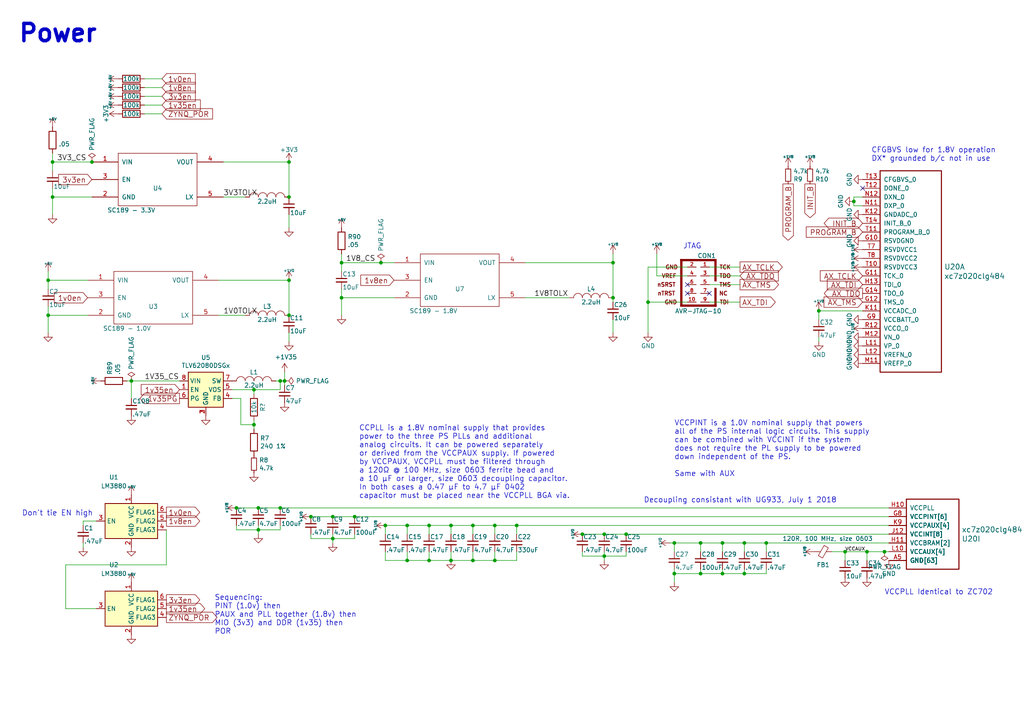
<source format=kicad_sch>
(kicad_sch (version 20230121) (generator eeschema)
  (paper "A4")
  (junction (at 137.16 152.4))
  (junction (at 149.86 152.4))
  (junction (at 13.97 91.44))
  (junction (at 118.11 162.56))
  (junction (at 177.8 86.36))
  (junction (at 251.46 160.02))
  (junction (at 26.67 46.99))
  (junction (at 124.46 152.4))
  (junction (at 110.49 76.2))
  (junction (at 118.11 152.4))
  (junction (at 81.28 110.49))
  (junction (at 83.82 57.15))
  (junction (at 143.51 162.56))
  (junction (at 237.49 90.17))
  (junction (at 99.06 86.36))
  (junction (at 73.66 123.19))
  (junction (at 203.2 166.37))
  (junction (at 73.66 113.03))
  (junction (at 82.55 110.49))
  (junction (at 68.58 147.32))
  (junction (at 175.26 154.94))
  (junction (at 195.58 157.48))
  (junction (at 215.9 166.37))
  (junction (at 74.93 147.32))
  (junction (at 143.51 152.4))
  (junction (at 209.55 166.37))
  (junction (at 247.65 58.42))
  (junction (at 38.1 110.49))
  (junction (at 96.52 149.86))
  (junction (at 15.24 46.99))
  (junction (at 175.26 161.29))
  (junction (at 181.61 154.94))
  (junction (at 90.17 149.86))
  (junction (at 81.28 147.32))
  (junction (at 96.52 156.21))
  (junction (at 15.24 57.15))
  (junction (at 209.55 157.48))
  (junction (at 130.81 152.4))
  (junction (at 83.82 81.28))
  (junction (at 99.06 76.2))
  (junction (at 137.16 162.56))
  (junction (at 245.11 160.02))
  (junction (at 256.54 160.02))
  (junction (at 13.97 81.28))
  (junction (at 124.46 162.56))
  (junction (at 177.8 76.2))
  (junction (at 111.76 152.4))
  (junction (at 74.93 153.67))
  (junction (at 102.87 149.86))
  (junction (at 83.82 46.99))
  (junction (at 130.81 162.56))
  (junction (at 168.91 154.94))
  (junction (at 83.82 91.44))
  (junction (at 195.58 166.37))
  (junction (at 203.2 157.48))
  (junction (at 215.9 157.48))
  (junction (at 187.96 87.63))
  (junction (at 222.25 157.48))
  (no_connect (at 250.19 54.61))
  (no_connect (at 199.39 82.55))
  (no_connect (at 199.39 85.09))
  (no_connect (at 205.74 85.09))
  (wire (pts (xy 99.06 86.36) (xy 99.06 91.44)))
  (wire (pts (xy 177.8 76.2) (xy 177.8 86.36)))
  (wire (pts (xy 67.31 115.57) (xy 69.85 115.57)))
  (wire (pts (xy 15.24 46.99) (xy 15.24 49.53)))
  (wire (pts (xy 245.11 160.02) (xy 251.46 160.02)))
  (wire (pts (xy 203.2 157.48) (xy 203.2 160.02)))
  (wire (pts (xy 195.58 165.1) (xy 195.58 166.37)))
  (wire (pts (xy 111.76 160.02) (xy 111.76 162.56)))
  (wire (pts (xy 177.8 92.71) (xy 177.8 96.52)))
  (wire (pts (xy 13.97 78.74) (xy 13.97 81.28)))
  (wire (pts (xy 257.81 160.02) (xy 256.54 160.02)))
  (wire (pts (xy 137.16 154.94) (xy 137.16 152.4)))
  (wire (pts (xy 15.24 57.15) (xy 26.67 57.15)))
  (wire (pts (xy 81.28 153.67) (xy 81.28 152.4)))
  (wire (pts (xy 214.63 87.63) (xy 205.74 87.63)))
  (wire (pts (xy 149.86 152.4) (xy 257.81 152.4)))
  (wire (pts (xy 181.61 154.94) (xy 257.81 154.94)))
  (wire (pts (xy 96.52 156.21) (xy 102.87 156.21)))
  (wire (pts (xy 250.19 90.17) (xy 237.49 90.17)))
  (wire (pts (xy 63.5 91.44) (xy 71.12 91.44)))
  (wire (pts (xy 209.55 166.37) (xy 215.9 166.37)))
  (wire (pts (xy 99.06 73.66) (xy 99.06 76.2)))
  (wire (pts (xy 187.96 77.47) (xy 187.96 87.63)))
  (wire (pts (xy 82.55 110.49) (xy 82.55 107.95)))
  (wire (pts (xy 73.66 113.03) (xy 81.28 113.03)))
  (wire (pts (xy 124.46 152.4) (xy 130.81 152.4)))
  (wire (pts (xy 247.65 59.69) (xy 250.19 59.69)))
  (wire (pts (xy 247.65 57.15) (xy 247.65 58.42)))
  (wire (pts (xy 118.11 152.4) (xy 124.46 152.4)))
  (wire (pts (xy 175.26 154.94) (xy 181.61 154.94)))
  (wire (pts (xy 118.11 152.4) (xy 118.11 154.94)))
  (wire (pts (xy 190.5 80.01) (xy 190.5 73.66)))
  (wire (pts (xy 203.2 157.48) (xy 209.55 157.48)))
  (wire (pts (xy 90.17 156.21) (xy 96.52 156.21)))
  (wire (pts (xy 195.58 166.37) (xy 203.2 166.37)))
  (wire (pts (xy 215.9 157.48) (xy 222.25 157.48)))
  (wire (pts (xy 74.93 153.67) (xy 74.93 152.4)))
  (wire (pts (xy 102.87 149.86) (xy 257.81 149.86)))
  (wire (pts (xy 175.26 161.29) (xy 175.26 162.56)))
  (wire (pts (xy 215.9 166.37) (xy 215.9 165.1)))
  (wire (pts (xy 15.24 54.61) (xy 15.24 57.15)))
  (wire (pts (xy 214.63 80.01) (xy 205.74 80.01)))
  (wire (pts (xy 209.55 157.48) (xy 209.55 160.02)))
  (wire (pts (xy 130.81 162.56) (xy 137.16 162.56)))
  (wire (pts (xy 256.54 160.02) (xy 251.46 160.02)))
  (wire (pts (xy 80.01 110.49) (xy 81.28 110.49)))
  (wire (pts (xy 110.49 76.2) (xy 114.3 76.2)))
  (wire (pts (xy 73.66 123.19) (xy 73.66 121.92)))
  (wire (pts (xy 13.97 81.28) (xy 25.4 81.28)))
  (wire (pts (xy 137.16 152.4) (xy 143.51 152.4)))
  (wire (pts (xy 15.24 57.15) (xy 15.24 62.23)))
  (wire (pts (xy 69.85 123.19) (xy 73.66 123.19)))
  (wire (pts (xy 168.91 160.02) (xy 168.91 161.29)))
  (wire (pts (xy 46.99 27.94) (xy 41.91 27.94)))
  (wire (pts (xy 99.06 76.2) (xy 99.06 78.74)))
  (wire (pts (xy 222.25 157.48) (xy 257.81 157.48)))
  (wire (pts (xy 27.94 151.13) (xy 24.13 151.13)))
  (wire (pts (xy 46.99 22.86) (xy 41.91 22.86)))
  (wire (pts (xy 99.06 86.36) (xy 114.3 86.36)))
  (wire (pts (xy 143.51 152.4) (xy 149.86 152.4)))
  (wire (pts (xy 38.1 110.49) (xy 52.07 110.49)))
  (wire (pts (xy 111.76 162.56) (xy 118.11 162.56)))
  (wire (pts (xy 137.16 162.56) (xy 143.51 162.56)))
  (wire (pts (xy 73.66 114.3) (xy 73.66 113.03)))
  (wire (pts (xy 41.91 30.48) (xy 46.99 30.48)))
  (wire (pts (xy 215.9 166.37) (xy 222.25 166.37)))
  (wire (pts (xy 177.8 86.36) (xy 177.8 87.63)))
  (wire (pts (xy 99.06 83.82) (xy 99.06 86.36)))
  (wire (pts (xy 67.31 113.03) (xy 73.66 113.03)))
  (wire (pts (xy 13.97 81.28) (xy 13.97 83.82)))
  (wire (pts (xy 149.86 152.4) (xy 149.86 154.94)))
  (wire (pts (xy 96.52 156.21) (xy 96.52 157.48)))
  (wire (pts (xy 73.66 124.46) (xy 73.66 123.19)))
  (wire (pts (xy 99.06 76.2) (xy 110.49 76.2)))
  (wire (pts (xy 90.17 154.94) (xy 90.17 156.21)))
  (wire (pts (xy 149.86 162.56) (xy 149.86 160.02)))
  (wire (pts (xy 83.82 96.52) (xy 83.82 99.06)))
  (wire (pts (xy 19.05 163.83) (xy 19.05 176.53)))
  (wire (pts (xy 82.55 110.49) (xy 82.55 111.76)))
  (wire (pts (xy 130.81 160.02) (xy 130.81 162.56)))
  (wire (pts (xy 199.39 87.63) (xy 187.96 87.63)))
  (wire (pts (xy 195.58 157.48) (xy 203.2 157.48)))
  (wire (pts (xy 64.77 46.99) (xy 83.82 46.99)))
  (wire (pts (xy 199.39 77.47) (xy 187.96 77.47)))
  (wire (pts (xy 111.76 152.4) (xy 118.11 152.4)))
  (wire (pts (xy 63.5 81.28) (xy 83.82 81.28)))
  (wire (pts (xy 13.97 91.44) (xy 13.97 96.52)))
  (wire (pts (xy 19.05 176.53) (xy 27.94 176.53)))
  (wire (pts (xy 83.82 46.99) (xy 83.82 57.15)))
  (wire (pts (xy 69.85 115.57) (xy 69.85 123.19)))
  (wire (pts (xy 222.25 157.48) (xy 222.25 160.02)))
  (wire (pts (xy 24.13 157.48) (xy 24.13 158.75)))
  (wire (pts (xy 111.76 154.94) (xy 111.76 152.4)))
  (wire (pts (xy 81.28 110.49) (xy 82.55 110.49)))
  (wire (pts (xy 209.55 166.37) (xy 209.55 165.1)))
  (wire (pts (xy 96.52 156.21) (xy 96.52 154.94)))
  (wire (pts (xy 152.4 86.36) (xy 165.1 86.36)))
  (wire (pts (xy 168.91 161.29) (xy 175.26 161.29)))
  (wire (pts (xy 15.24 46.99) (xy 26.67 46.99)))
  (wire (pts (xy 102.87 156.21) (xy 102.87 154.94)))
  (wire (pts (xy 124.46 154.94) (xy 124.46 152.4)))
  (wire (pts (xy 237.49 97.79) (xy 237.49 99.06)))
  (wire (pts (xy 130.81 152.4) (xy 137.16 152.4)))
  (wire (pts (xy 68.58 153.67) (xy 74.93 153.67)))
  (wire (pts (xy 250.19 57.15) (xy 247.65 57.15)))
  (wire (pts (xy 214.63 77.47) (xy 205.74 77.47)))
  (wire (pts (xy 152.4 76.2) (xy 177.8 76.2)))
  (wire (pts (xy 143.51 160.02) (xy 143.51 162.56)))
  (wire (pts (xy 137.16 160.02) (xy 137.16 162.56)))
  (wire (pts (xy 118.11 162.56) (xy 124.46 162.56)))
  (wire (pts (xy 68.58 147.32) (xy 74.93 147.32)))
  (wire (pts (xy 168.91 154.94) (xy 175.26 154.94)))
  (wire (pts (xy 237.49 90.17) (xy 237.49 92.71)))
  (wire (pts (xy 83.82 62.23) (xy 83.82 66.04)))
  (wire (pts (xy 195.58 166.37) (xy 195.58 168.91)))
  (wire (pts (xy 36.83 110.49) (xy 38.1 110.49)))
  (wire (pts (xy 74.93 147.32) (xy 81.28 147.32)))
  (wire (pts (xy 46.99 33.02) (xy 41.91 33.02)))
  (wire (pts (xy 195.58 160.02) (xy 195.58 157.48)))
  (wire (pts (xy 48.26 153.67) (xy 48.26 163.83)))
  (wire (pts (xy 24.13 151.13) (xy 24.13 152.4)))
  (wire (pts (xy 83.82 81.28) (xy 83.82 91.44)))
  (wire (pts (xy 214.63 82.55) (xy 205.74 82.55)))
  (wire (pts (xy 124.46 160.02) (xy 124.46 162.56)))
  (wire (pts (xy 175.26 161.29) (xy 175.26 160.02)))
  (wire (pts (xy 175.26 161.29) (xy 181.61 161.29)))
  (wire (pts (xy 118.11 160.02) (xy 118.11 162.56)))
  (wire (pts (xy 143.51 162.56) (xy 149.86 162.56)))
  (wire (pts (xy 187.96 87.63) (xy 187.96 96.52)))
  (wire (pts (xy 251.46 160.02) (xy 251.46 162.56)))
  (wire (pts (xy 241.3 160.02) (xy 245.11 160.02)))
  (wire (pts (xy 203.2 166.37) (xy 203.2 165.1)))
  (wire (pts (xy 38.1 115.57) (xy 38.1 110.49)))
  (wire (pts (xy 74.93 153.67) (xy 81.28 153.67)))
  (wire (pts (xy 245.11 160.02) (xy 245.11 162.56)))
  (wire (pts (xy 215.9 157.48) (xy 215.9 160.02)))
  (wire (pts (xy 74.93 153.67) (xy 74.93 154.94)))
  (wire (pts (xy 181.61 161.29) (xy 181.61 160.02)))
  (wire (pts (xy 68.58 152.4) (xy 68.58 153.67)))
  (wire (pts (xy 81.28 147.32) (xy 257.81 147.32)))
  (wire (pts (xy 15.24 44.45) (xy 15.24 46.99)))
  (wire (pts (xy 90.17 149.86) (xy 96.52 149.86)))
  (wire (pts (xy 124.46 162.56) (xy 130.81 162.56)))
  (wire (pts (xy 203.2 166.37) (xy 209.55 166.37)))
  (wire (pts (xy 96.52 149.86) (xy 102.87 149.86)))
  (wire (pts (xy 177.8 73.66) (xy 177.8 76.2)))
  (wire (pts (xy 48.26 163.83) (xy 19.05 163.83)))
  (wire (pts (xy 41.91 25.4) (xy 46.99 25.4)))
  (wire (pts (xy 209.55 157.48) (xy 215.9 157.48)))
  (wire (pts (xy 13.97 88.9) (xy 13.97 91.44)))
  (wire (pts (xy 194.31 157.48) (xy 195.58 157.48)))
  (wire (pts (xy 247.65 58.42) (xy 247.65 59.69)))
  (wire (pts (xy 81.28 113.03) (xy 81.28 110.49)))
  (wire (pts (xy 130.81 154.94) (xy 130.81 152.4)))
  (wire (pts (xy 71.12 57.15) (xy 64.77 57.15)))
  (wire (pts (xy 199.39 80.01) (xy 190.5 80.01)))
  (wire (pts (xy 222.25 166.37) (xy 222.25 165.1)))
  (wire (pts (xy 13.97 91.44) (xy 25.4 91.44)))
  (wire (pts (xy 143.51 154.94) (xy 143.51 152.4)))
  (text "Power" (at 5.08 12.7 0) (effects (font (size 5.0038 5.0038) (thickness 1.0008) bold) (justify left bottom)))
  (text "VCCPINT is a 1.0V nominal supply that powers \nall of the PS internal logic circuits. This supply \ncan be combined with VCCINT if the system \ndoes not require the PL supply to be powered \ndown independent of the PS.\n\nSame with AUX" (at 195.58 138.43 0) (effects (font (size 1.524 1.524)) (justify left bottom)))
  (text "CCPLL is a 1.8V nominal supply that provides \npower to the three PS PLLs and additional\nanalog circuits. It can be powered separately \nor derived from the VCCPAUX supply. If powered\nby VCCPAUX, VCCPLL must be filtered through \na 120Ω @ 100 MHz, size 0603 ferrite bead and\na 10 µF or larger, size 0603 decoupling capacitor. \nIn both cases a 0.47 µF to 4.7 µF 0402\ncapacitor must be placed near the VCCPLL BGA via. " (at 104.14 144.78 0) (effects (font (size 1.524 1.524)) (justify left bottom)))
  (text "Don't tie EN high" (at 6.35 149.86 0) (effects (font (size 1.5494 1.5494)) (justify left bottom)))
  (text "Decoupling consistant with UG933, July 1 2018" (at 186.69 146.05 0) (effects (font (size 1.524 1.524)) (justify left bottom)))
  (text "CFGBVS low for 1.8V operation\nDX* grounded b/c not in use" (at 252.73 46.99 0) (effects (font (size 1.524 1.524)) (justify left bottom)))
  (text "VCCPLL Identical to ZC702" (at 256.54 172.72 0) (effects (font (size 1.524 1.524)) (justify left bottom)))
  (text "Sequencing: \nPINT (1.0v) then \nPAUX and PLL together (1.8v) then\nMIO (3v3) and DDR (1v35) then\nPOR" (at 62.23 184.15 0) (effects (font (size 1.524 1.524)) (justify left bottom)))
  (text "JTAG" (at 198.12 72.39 0) (effects (font (size 1.524 1.524)) (justify left bottom)))
  (label "1V8TOLX" (at 154.94 86.36 0) (effects (font (size 1.524 1.524))))
  (label "1V0TOLX" (at 64.77 91.44 0) (effects (font (size 1.524 1.524))))
  (label "1V35_CS" (at 41.91 110.49 0) (effects (font (size 1.524 1.524))))
  (label "3V3TOLX" (at 64.77 57.15 0) (effects (font (size 1.524 1.524))))
  (label "VCCAUX" (at 245.11 160.02 0) (effects (font (size 0.9906 0.9906))))
  (label "1V8_CS" (at 100.33 76.2 0) (effects (font (size 1.524 1.524))))
  (label "3V3_CS" (at 16.51 46.99 0) (effects (font (size 1.524 1.524))))
  (global_label "ZYNQ_POR" (shape output) (at 48.26 179.07 0) (effects (font (size 1.524 1.524))) (property "Intersheetrefs" "${INTERSHEET_REFS}" (effects hide)))
  (global_label "AX_TCLK" (shape output) (at 214.63 77.47 0) (effects (font (size 1.524 1.524))) (property "Intersheetrefs" "${INTERSHEET_REFS}" (effects hide)))
  (global_label "1v8en" (shape input) (at 46.99 25.4 0) (effects (font (size 1.524 1.524))) (property "Intersheetrefs" "${INTERSHEET_REFS}" (effects hide)))
  (global_label "AX_TDI" (shape input) (at 250.19 82.55 180) (effects (font (size 1.524 1.524))) (property "Intersheetrefs" "${INTERSHEET_REFS}" (effects hide)))
  (global_label "PROGRAM_B" (shape output) (at 228.6 53.34 270) (effects (font (size 1.524 1.524))) (property "Intersheetrefs" "${INTERSHEET_REFS}" (effects hide)))
  (global_label "3v3en" (shape input) (at 46.99 27.94 0) (effects (font (size 1.524 1.524))) (property "Intersheetrefs" "${INTERSHEET_REFS}" (effects hide)))
  (global_label "1v0en" (shape input) (at 25.4 86.36 180) (effects (font (size 1.524 1.524))) (property "Intersheetrefs" "${INTERSHEET_REFS}" (effects hide)))
  (global_label "1v35en" (shape input) (at 52.07 113.03 180) (effects (font (size 1.524 1.524))) (property "Intersheetrefs" "${INTERSHEET_REFS}" (effects hide)))
  (global_label "ZYNQ_POR" (shape input) (at 46.99 33.02 0) (effects (font (size 1.524 1.524))) (property "Intersheetrefs" "${INTERSHEET_REFS}" (effects hide)))
  (global_label "INIT_B" (shape output) (at 234.95 53.34 270) (effects (font (size 1.524 1.524))) (property "Intersheetrefs" "${INTERSHEET_REFS}" (effects hide)))
  (global_label "AX_TCLK" (shape input) (at 250.19 80.01 180) (effects (font (size 1.524 1.524))) (property "Intersheetrefs" "${INTERSHEET_REFS}" (effects hide)))
  (global_label "AX_TDO" (shape input) (at 214.63 80.01 0) (effects (font (size 1.524 1.524))) (property "Intersheetrefs" "${INTERSHEET_REFS}" (effects hide)))
  (global_label "INIT_B" (shape bidirectional) (at 250.19 64.77 180) (effects (font (size 1.524 1.524))) (property "Intersheetrefs" "${INTERSHEET_REFS}" (effects hide)))
  (global_label "1v8en" (shape input) (at 114.3 81.28 180) (effects (font (size 1.524 1.524))) (property "Intersheetrefs" "${INTERSHEET_REFS}" (effects hide)))
  (global_label "1v35en" (shape output) (at 48.26 176.53 0) (effects (font (size 1.524 1.524))) (property "Intersheetrefs" "${INTERSHEET_REFS}" (effects hide)))
  (global_label "PROGRAM_B" (shape input) (at 250.19 67.31 180) (effects (font (size 1.524 1.524))) (property "Intersheetrefs" "${INTERSHEET_REFS}" (effects hide)))
  (global_label "1v35PG" (shape output) (at 52.07 115.57 180) (effects (font (size 1.524 1.524))) (property "Intersheetrefs" "${INTERSHEET_REFS}" (effects hide)))
  (global_label "AX_TDI" (shape output) (at 214.63 87.63 0) (effects (font (size 1.524 1.524))) (property "Intersheetrefs" "${INTERSHEET_REFS}" (effects hide)))
  (global_label "3v3en" (shape input) (at 26.67 52.07 180) (effects (font (size 1.524 1.524))) (property "Intersheetrefs" "${INTERSHEET_REFS}" (effects hide)))
  (global_label "AX_TMS" (shape input) (at 250.19 87.63 180) (effects (font (size 1.524 1.524))) (property "Intersheetrefs" "${INTERSHEET_REFS}" (effects hide)))
  (global_label "1v35en" (shape input) (at 46.99 30.48 0) (effects (font (size 1.524 1.524))) (property "Intersheetrefs" "${INTERSHEET_REFS}" (effects hide)))
  (global_label "3v3en" (shape output) (at 48.26 173.99 0) (effects (font (size 1.524 1.524))) (property "Intersheetrefs" "${INTERSHEET_REFS}" (effects hide)))
  (global_label "AX_TDO" (shape output) (at 250.19 85.09 180) (effects (font (size 1.524 1.524))) (property "Intersheetrefs" "${INTERSHEET_REFS}" (effects hide)))
  (global_label "1v8en" (shape output) (at 48.26 151.13 0) (effects (font (size 1.524 1.524))) (property "Intersheetrefs" "${INTERSHEET_REFS}" (effects hide)))
  (global_label "AX_TMS" (shape output) (at 214.63 82.55 0) (effects (font (size 1.524 1.524))) (property "Intersheetrefs" "${INTERSHEET_REFS}" (effects hide)))
  (global_label "1v0en" (shape output) (at 48.26 148.59 0) (effects (font (size 1.524 1.524))) (property "Intersheetrefs" "${INTERSHEET_REFS}" (effects hide)))
  (global_label "1v0en" (shape input) (at 46.99 22.86 0) (effects (font (size 1.524 1.524))) (property "Intersheetrefs" "${INTERSHEET_REFS}" (effects hide)))
  (symbol (lib_id "DFTBoard-rescue:AVR-JTAG-10-") (at 200.66 82.55 0) (mirror y) (unit 1)
    (property "Reference" "CON1" (at 204.978 74.168 0))
    (property "Value" "AVR-JTAG-10" (at 209.296 90.932 0) (effects (justify left bottom)))
    (property "Footprint" "DFTcustom:XilinxJTAG" (effects hide))
    (property "MFR" "DNS" (effects hide))
  )
  (symbol (lib_id "power:GND") (at 187.96 96.52 0) (unit 1)
    (property "Reference" "#PWR038" (effects hide))
    (property "Value" "GND" (at 187.96 100.33 0))
  )
  (symbol (lib_id "power:+1V8") (at 190.5 73.66 0) (unit 1)
    (property "Reference" "#PWR039" (effects hide))
    (property "Value" "+1.8V" (at 190.5 70.866 0) (effects (font (size 0.762 0.762))))
  )
  (symbol (lib_id "Device:C_Small") (at 237.49 95.25 0) (unit 1)
    (property "Reference" "C32" (at 237.744 93.472 0) (effects (justify left)))
    (property "Value" "47uF" (at 237.744 97.282 0) (effects (justify left)))
    (property "Footprint" "Capacitor_SMD:C_0805_2012Metric" (effects hide))
    (property "MFR" "Murata" (effects hide))
    (property "MPN" "GRM219R60J476ME44D" (effects hide))
    (property "SPR" "Digikey" (effects hide))
    (property "SPN" "490-13249-1-ND" (effects hide))
  )
  (symbol (lib_id "power:GND") (at 237.49 99.06 0) (unit 1)
    (property "Reference" "#PWR048" (effects hide))
    (property "Value" "GND" (at 237.49 102.87 0))
  )
  (symbol (lib_id "power:GND") (at 250.19 52.07 270) (unit 1)
    (property "Reference" "#PWR046" (effects hide))
    (property "Value" "GND" (at 246.38 52.07 0))
  )
  (symbol (lib_id "power:+1V8") (at 237.49 90.17 0) (unit 1)
    (property "Reference" "#PWR047" (effects hide))
    (property "Value" "+1.8V" (at 237.49 87.376 0) (effects (font (size 0.762 0.762))))
  )
  (symbol (lib_id "power:+1V0") (at 194.31 157.48 90) (unit 1)
    (property "Reference" "#PWR042" (effects hide))
    (property "Value" "+1.0V" (at 191.516 157.48 0) (effects (font (size 0.762 0.762))))
    (instances (project "DFTBoard" (path "" (reference "#PWR042") (unit 1)) (path "" (reference "#PWR?") (unit 1))))
  )
  (symbol (lib_id "Device:C_Small") (at 203.2 162.56 0) (unit 1)
    (property "Reference" "C28" (at 203.454 160.782 0) (effects (justify left)))
    (property "Value" "100uF" (at 203.454 164.592 0) (effects (justify left)))
    (property "Footprint" "Capacitor_SMD:C_1210_3225Metric" (effects hide))
    (property "MFR" "TAIYO YUDEN" (effects hide))
    (property "MPN" "JMK325ABJ107MM-P" (effects hide))
    (property "SPR" "Digikey" (effects hide))
    (property "SPN" "587-4313-1-ND" (effects hide))
  )
  (symbol (lib_id "power:GND") (at 195.58 168.91 0) (unit 1)
    (property "Reference" "#PWR043" (effects hide))
    (property "Value" "GND" (effects hide))
  )
  (symbol (lib_id "power:GND") (at 257.81 162.56 0) (unit 1)
    (property "Reference" "#PWR057" (effects hide))
    (property "Value" "GND" (at 257.81 166.37 0))
  )
  (symbol (lib_id "DFTBoard-rescue:SC189-") (at 133.35 81.28 0) (unit 1)
    (property "Reference" "U7" (at 133.35 83.82 0))
    (property "Value" "SC189 - 1.8V" (at 125.73 90.17 0))
    (property "Footprint" "Package_TO_SOT_SMD:SOT-23-5" (effects hide))
    (property "Datasheet" "DOCUMENTATION" (effects hide))
    (property "MFR" "Semtech Corporation" (effects hide))
    (property "MPN" "SC189LSKTRT" (effects hide))
    (property "SPR" "Digikey" (effects hide))
    (property "SPN" "SC189LSKCT-ND" (effects hide))
  )
  (symbol (lib_id "DFTBoard-rescue:SC189-") (at 45.72 52.07 0) (unit 1)
    (property "Reference" "U4" (at 45.72 54.61 0))
    (property "Value" "SC189 - 3.3V" (at 38.1 60.96 0))
    (property "Footprint" "Package_TO_SOT_SMD:SOT-23-5" (effects hide))
    (property "Datasheet" "DOCUMENTATION" (effects hide))
    (property "MFR" "Semtech Corporation" (effects hide))
    (property "MPN" "SC189ZSKTRT" (effects hide))
    (property "SPR" "Digikey" (effects hide))
    (property "SPN" "SC189ZSKCT-ND" (effects hide))
  )
  (symbol (lib_id "DFTBoard-rescue:SC189-") (at 44.45 86.36 0) (unit 1)
    (property "Reference" "U3" (at 44.45 88.9 0))
    (property "Value" "SC189 - 1.0V" (at 36.83 95.25 0))
    (property "Footprint" "Package_TO_SOT_SMD:SOT-23-5" (effects hide))
    (property "Datasheet" "DOCUMENTATION" (effects hide))
    (property "MFR" "Semtech Corporation" (effects hide))
    (property "MPN" "SC189ASKTRT" (effects hide))
    (property "SPR" "Digikey" (effects hide))
    (property "SPN" "SC189ASKCT-ND" (effects hide))
  )
  (symbol (lib_id "power:GND") (at 13.97 96.52 0) (unit 1)
    (property "Reference" "#PWR03" (effects hide))
    (property "Value" "GND" (effects hide))
  )
  (symbol (lib_id "Device:C_Small") (at 15.24 52.07 0) (unit 1)
    (property "Reference" "C3" (effects hide))
    (property "Value" "10uF" (at 15.494 54.102 0) (effects (justify left)))
    (property "Footprint" "Capacitor_SMD:C_0603_1608Metric" (effects hide))
    (property "MFR" "Murata" (effects hide))
    (property "MPN" "GRM188R61A106KE69J" (effects hide))
    (property "SPR" "Digikey" (effects hide))
    (property "SPN" "490-14372-1-ND" (effects hide))
  )
  (symbol (lib_id "Device:C_Small") (at 99.06 81.28 0) (unit 1)
    (property "Reference" "C13" (at 99.314 79.502 0) (effects (justify left)))
    (property "Value" "10uF" (at 99.314 83.312 0) (effects (justify left)))
    (property "Footprint" "Capacitor_SMD:C_0603_1608Metric" (effects hide))
    (property "MFR" "Murata" (effects hide))
    (property "MPN" "GRM188R61A106KE69J" (effects hide))
    (property "SPR" "Digikey" (effects hide))
    (property "SPN" "490-14372-1-ND" (effects hide))
  )
  (symbol (lib_id "Device:C_Small") (at 13.97 86.36 0) (unit 1)
    (property "Reference" "C2" (at 14.224 84.582 0) (effects (justify left)))
    (property "Value" "10uF" (at 14.224 88.392 0) (effects (justify left)))
    (property "Footprint" "Capacitor_SMD:C_0603_1608Metric" (effects hide))
    (property "MFR" "Murata" (effects hide))
    (property "MPN" "GRM188R61A106KE69J" (effects hide))
    (property "SPR" "Digikey" (effects hide))
    (property "SPN" "490-14372-1-ND" (effects hide))
  )
  (symbol (lib_id "Device:C_Small") (at 83.82 59.69 0) (unit 1)
    (property "Reference" "C10" (effects hide))
    (property "Value" "10uF" (at 84.074 61.722 0) (effects (justify left)))
    (property "Footprint" "Capacitor_SMD:C_0603_1608Metric" (effects hide))
    (property "MFR" "Murata" (effects hide))
    (property "MPN" "GRM188R61A106KE69J" (effects hide))
    (property "SPR" "Digikey" (effects hide))
    (property "SPN" "490-14372-1-ND" (effects hide))
  )
  (symbol (lib_id "Device:C_Small") (at 83.82 93.98 0) (unit 1)
    (property "Reference" "C11" (at 84.074 92.202 0) (effects (justify left)))
    (property "Value" "10uF" (at 84.074 96.012 0) (effects (justify left)))
    (property "Footprint" "Capacitor_SMD:C_0603_1608Metric" (effects hide))
    (property "MFR" "Murata" (effects hide))
    (property "MPN" "GRM188R61A106KE69J" (effects hide))
    (property "SPR" "Digikey" (effects hide))
    (property "SPN" "490-14372-1-ND" (effects hide))
  )
  (symbol (lib_id "Device:C_Small") (at 177.8 90.17 0) (unit 1)
    (property "Reference" "C26" (at 178.054 88.392 0) (effects (justify left)))
    (property "Value" "10uF" (at 178.054 92.202 0) (effects (justify left)))
    (property "Footprint" "Capacitor_SMD:C_0603_1608Metric" (effects hide))
    (property "MFR" "Murata" (effects hide))
    (property "MPN" "GRM188R61A106KE69J" (effects hide))
    (property "SPR" "Digikey" (effects hide))
    (property "SPN" "490-14372-1-ND" (effects hide))
  )
  (symbol (lib_id "power:GND") (at 83.82 66.04 0) (unit 1)
    (property "Reference" "#PWR025" (effects hide))
    (property "Value" "GND" (effects hide))
  )
  (symbol (lib_id "power:GND") (at 83.82 99.06 0) (unit 1)
    (property "Reference" "#PWR027" (effects hide))
    (property "Value" "GND" (effects hide))
  )
  (symbol (lib_id "power:GND") (at 177.8 96.52 0) (unit 1)
    (property "Reference" "#PWR041" (effects hide))
    (property "Value" "GND" (effects hide))
  )
  (symbol (lib_id "power:+1V0") (at 83.82 81.28 0) (unit 1)
    (property "Reference" "#PWR026" (effects hide))
    (property "Value" "+1.0V" (at 83.82 78.486 0) (effects (font (size 0.762 0.762))))
    (instances (project "DFTBoard" (path "" (reference "#PWR026") (unit 1)) (path "" (reference "#PWR?") (unit 1))))
  )
  (symbol (lib_id "power:+1V8") (at 177.8 73.66 0) (unit 1)
    (property "Reference" "#PWR040" (effects hide))
    (property "Value" "+1.8V" (at 177.8 70.866 0) (effects (font (size 0.762 0.762))))
  )
  (symbol (lib_id "DFTBoard-rescue:INDUCTOR_SMALL_P-") (at 77.47 57.15 0) (unit 1)
    (property "Reference" "L2" (effects hide))
    (property "Value" "2.2uH" (at 77.47 58.42 0))
    (property "Footprint" "Capacitor_SMD:C_1812_4532Metric" (effects hide))
    (property "MFR" "Murata" (effects hide))
    (property "MPN" "LQH43PN2R2M26L" (effects hide))
    (property "SPR" "Digikey" (effects hide))
    (property "SPN" "490-12049-1-ND" (effects hide))
  )
  (symbol (lib_id "DFTBoard-rescue:INDUCTOR_SMALL_P-") (at 77.47 91.44 0) (unit 1)
    (property "Reference" "L3" (at 77.47 88.9 0))
    (property "Value" "2.2uH" (at 77.47 92.71 0))
    (property "Footprint" "Capacitor_SMD:C_1812_4532Metric" (effects hide))
    (property "MFR" "Murata" (effects hide))
    (property "MPN" "LQH43PN2R2M26L" (effects hide))
    (property "SPR" "Digikey" (effects hide))
    (property "SPN" "490-12049-1-ND" (effects hide))
  )
  (symbol (lib_id "DFTBoard-rescue:INDUCTOR_SMALL_P-") (at 171.45 86.36 0) (unit 1)
    (property "Reference" "L4" (at 171.45 83.82 0))
    (property "Value" "2.2uH" (at 171.45 87.63 0))
    (property "Footprint" "Capacitor_SMD:C_1812_4532Metric" (effects hide))
    (property "MFR" "Murata" (effects hide))
    (property "MPN" "LQH43PN2R2M26L" (effects hide))
    (property "SPR" "Digikey" (effects hide))
    (property "SPN" "490-12049-1-ND" (effects hide))
  )
  (symbol (lib_id "power:+3V3") (at 83.82 46.99 0) (unit 1)
    (property "Reference" "#PWR024" (effects hide))
    (property "Value" "+3.3V" (at 83.82 43.434 0))
  )
  (symbol (lib_id "power:GND") (at 15.24 62.23 0) (unit 1)
    (property "Reference" "#PWR05" (effects hide))
    (property "Value" "GND" (effects hide))
  )
  (symbol (lib_id "power:GND") (at 99.06 91.44 0) (unit 1)
    (property "Reference" "#PWR029" (effects hide))
    (property "Value" "GND" (effects hide))
  )
  (symbol (lib_id "Device:C_Small") (at 251.46 165.1 0) (unit 1)
    (property "Reference" "C34" (at 251.714 163.322 0) (effects (justify left)))
    (property "Value" ".47uF" (at 251.714 167.132 0) (effects (justify left)))
    (property "Footprint" "Capacitor_SMD:C_0402_1005Metric" (effects hide))
    (property "MFR" "Yageo" (effects hide))
    (property "MPN" "CC0402KRX5R5BB474" (effects hide))
    (property "SPR" "Digikey" (effects hide))
    (property "SPN" "311-1684-1-ND" (effects hide))
  )
  (symbol (lib_id "power:GND") (at 251.46 167.64 0) (unit 1)
    (property "Reference" "#PWR056" (effects hide))
    (property "Value" "GND" (effects hide))
  )
  (symbol (lib_id "DFTBoard-rescue:Ferrite_Bead_Small-Device") (at 238.76 160.02 270) (unit 1)
    (property "Reference" "FB1" (at 238.76 163.83 90))
    (property "Value" "120R, 100 MHz, size 0603" (at 240.03 156.21 90))
    (property "Footprint" "Capacitor_SMD:C_0603_1608Metric" (effects hide))
    (property "MFR" "Murata Electronics" (effects hide))
    (property "MPN" "BLM18AG121SN1D" (effects hide))
    (property "SPR" "Digikey" (effects hide))
    (property "SPN" "490-1011-1-ND" (effects hide))
    (property "SPURL" "-" (effects hide))
  )
  (symbol (lib_id "power:+1V8") (at 236.22 160.02 90) (unit 1)
    (property "Reference" "#PWR049" (effects hide))
    (property "Value" "+1.8V" (at 233.426 160.02 0) (effects (font (size 0.762 0.762))))
  )
  (symbol (lib_id "Device:C_Small") (at 245.11 165.1 0) (unit 1)
    (property "Reference" "C33" (at 245.364 163.322 0) (effects (justify left)))
    (property "Value" "10uF" (at 245.364 167.132 0) (effects (justify left)))
    (property "Footprint" "Capacitor_SMD:C_0603_1608Metric" (effects hide))
    (property "MFR" "Murata" (effects hide))
    (property "MPN" "GRM188R61A106KE69J" (effects hide))
    (property "SPR" "Digikey" (effects hide))
    (property "SPN" "490-14372-1-ND" (effects hide))
  )
  (symbol (lib_id "power:GND") (at 245.11 167.64 0) (unit 1)
    (property "Reference" "#PWR051" (effects hide))
    (property "Value" "GND" (effects hide))
  )
  (symbol (lib_id "Device:C_Small") (at 149.86 157.48 0) (unit 1)
    (property "Reference" "C22" (at 150.114 155.702 0) (effects (justify left)))
    (property "Value" "330uF" (at 150.114 159.512 0) (effects (justify left)))
    (property "Footprint" "Capacitor_SMD:C_1206_3216Metric" (effects hide))
    (property "MFR" "AVX Corporation" (effects hide))
    (property "MPN" "F950G337MAAAQ2" (effects hide))
    (property "SPR" "Digikey" (effects hide))
    (property "SPN" "478-8378-1-ND" (effects hide))
    (property "SPURL" "-" (effects hide))
  )
  (symbol (lib_id "Device:C_Small") (at 143.51 157.48 0) (unit 1)
    (property "Reference" "C20" (at 143.764 155.702 0) (effects (justify left)))
    (property "Value" "4.7uF" (at 143.764 159.512 0) (effects (justify left)))
    (property "Footprint" "Capacitor_SMD:C_0402_1005Metric" (effects hide))
    (property "MFR" "Murata" (effects hide))
    (property "MPN" "GRM155R60G475ME47D" (effects hide))
    (property "SPR" "Digikey" (effects hide))
    (property "SPN" "490-11980-1-ND" (effects hide))
  )
  (symbol (lib_id "Device:C_Small") (at 137.16 157.48 0) (unit 1)
    (property "Reference" "C19" (at 137.414 155.702 0) (effects (justify left)))
    (property "Value" "4.7uF" (at 137.414 159.512 0) (effects (justify left)))
    (property "Footprint" "Capacitor_SMD:C_0402_1005Metric" (effects hide))
    (property "MFR" "Murata" (effects hide))
    (property "MPN" "GRM155R60G475ME47D" (effects hide))
    (property "SPR" "Digikey" (effects hide))
    (property "SPN" "490-11980-1-ND" (effects hide))
  )
  (symbol (lib_id "Device:C_Small") (at 130.81 157.48 0) (unit 1)
    (property "Reference" "C18" (at 131.064 155.702 0) (effects (justify left)))
    (property "Value" ".47uF" (at 131.064 159.512 0) (effects (justify left)))
    (property "Footprint" "Capacitor_SMD:C_0402_1005Metric" (effects hide))
    (property "MFR" "Yageo" (effects hide))
    (property "MPN" "CC0402KRX5R5BB474" (effects hide))
    (property "SPR" "Digikey" (effects hide))
    (property "SPN" "311-1684-1-ND" (effects hide))
  )
  (symbol (lib_id "Device:C_Small") (at 124.46 157.48 0) (unit 1)
    (property "Reference" "C17" (at 124.714 155.702 0) (effects (justify left)))
    (property "Value" ".47uF" (at 124.714 159.512 0) (effects (justify left)))
    (property "Footprint" "Capacitor_SMD:C_0402_1005Metric" (effects hide))
    (property "MFR" "Yageo" (effects hide))
    (property "MPN" "CC0402KRX5R5BB474" (effects hide))
    (property "SPR" "Digikey" (effects hide))
    (property "SPN" "311-1684-1-ND" (effects hide))
  )
  (symbol (lib_id "Device:C_Small") (at 118.11 157.48 0) (unit 1)
    (property "Reference" "C15" (at 118.364 155.702 0) (effects (justify left)))
    (property "Value" ".47uF" (at 118.364 159.512 0) (effects (justify left)))
    (property "Footprint" "Capacitor_SMD:C_0402_1005Metric" (effects hide))
    (property "MFR" "Yageo" (effects hide))
    (property "MPN" "CC0402KRX5R5BB474" (effects hide))
    (property "SPR" "Digikey" (effects hide))
    (property "SPN" "311-1684-1-ND" (effects hide))
  )
  (symbol (lib_id "Device:C_Small") (at 111.76 157.48 0) (unit 1)
    (property "Reference" "C14" (at 112.014 155.702 0) (effects (justify left)))
    (property "Value" ".47uF" (at 112.014 159.512 0) (effects (justify left)))
    (property "Footprint" "Capacitor_SMD:C_0402_1005Metric" (effects hide))
    (property "MFR" "Yageo" (effects hide))
    (property "MPN" "CC0402KRX5R5BB474" (effects hide))
    (property "SPR" "Digikey" (effects hide))
    (property "SPN" "311-1684-1-ND" (effects hide))
  )
  (symbol (lib_id "Device:C_Small") (at 209.55 162.56 0) (unit 1)
    (property "Reference" "C29" (at 209.804 160.782 0) (effects (justify left)))
    (property "Value" ".47uF" (at 209.804 164.592 0) (effects (justify left)))
    (property "Footprint" "Capacitor_SMD:C_0402_1005Metric" (effects hide))
    (property "MFR" "Yageo" (effects hide))
    (property "MPN" "CC0402KRX5R5BB474" (effects hide))
    (property "SPR" "Digikey" (effects hide))
    (property "SPN" "311-1684-1-ND" (effects hide))
  )
  (symbol (lib_id "Device:C_Small") (at 215.9 162.56 0) (unit 1)
    (property "Reference" "C30" (at 216.154 160.782 0) (effects (justify left)))
    (property "Value" ".47uF" (at 216.154 164.592 0) (effects (justify left)))
    (property "Footprint" "Capacitor_SMD:C_0402_1005Metric" (effects hide))
    (property "MFR" "Yageo" (effects hide))
    (property "MPN" "CC0402KRX5R5BB474" (effects hide))
    (property "SPR" "Digikey" (effects hide))
    (property "SPN" "311-1684-1-ND" (effects hide))
  )
  (symbol (lib_id "Device:C_Small") (at 222.25 162.56 0) (unit 1)
    (property "Reference" "C31" (at 222.504 160.782 0) (effects (justify left)))
    (property "Value" ".47uF" (at 222.504 164.592 0) (effects (justify left)))
    (property "Footprint" "Capacitor_SMD:C_0402_1005Metric" (effects hide))
    (property "MFR" "Yageo" (effects hide))
    (property "MPN" "CC0402KRX5R5BB474" (effects hide))
    (property "SPR" "Digikey" (effects hide))
    (property "SPN" "311-1684-1-ND" (effects hide))
  )
  (symbol (lib_id "Power_Supervisor:LM3880") (at 38.1 151.13 0) (unit 1)
    (property "Reference" "U1" (at 33.02 138.43 0))
    (property "Value" "LM3880" (at 33.02 140.97 0))
    (property "Footprint" "Package_TO_SOT_SMD:SOT-23-6" (effects hide))
    (property "Datasheet" "http://www.ti.com/lit/ds/symlink/lm3880.pdf" (effects hide))
    (property "MFR" "Texas Instruments" (effects hide))
    (property "MPN" "LM3880MF-1AE/NOPB" (effects hide))
    (property "SPR" "Digikey" (effects hide))
    (property "SPN" "LM3880MF-1AE/NOPBDKR-ND" (effects hide))
    (property "SPURL" "-" (effects hide))
  )
  (symbol (lib_id "Power_Supervisor:LM3880") (at 38.1 176.53 0) (unit 1)
    (property "Reference" "U2" (at 33.02 163.83 0))
    (property "Value" "LM3880" (at 33.02 166.37 0))
    (property "Footprint" "Package_TO_SOT_SMD:SOT-23-6" (effects hide))
    (property "Datasheet" "http://www.ti.com/lit/ds/symlink/lm3880.pdf" (effects hide))
    (property "MFR" "Texas Instruments" (effects hide))
    (property "MPN" "LM3880MF-1AE/NOPB" (effects hide))
    (property "SPR" "Digikey" (effects hide))
    (property "SPN" "LM3880MF-1AE/NOPBDKR-ND" (effects hide))
    (property "SPURL" "-" (effects hide))
  )
  (symbol (lib_id "power:+5V") (at 38.1 143.51 0) (unit 1)
    (property "Reference" "#PWR06" (effects hide))
    (property "Value" "+5V" (at 38.1 141.224 0) (effects (font (size 0.762 0.762))))
  )
  (symbol (lib_id "power:+5V") (at 38.1 168.91 0) (unit 1)
    (property "Reference" "#PWR08" (effects hide))
    (property "Value" "+5V" (at 38.1 166.624 0) (effects (font (size 0.762 0.762))))
  )
  (symbol (lib_id "power:GND") (at 38.1 158.75 0) (unit 1)
    (property "Reference" "#PWR07" (effects hide))
    (property "Value" "GND" (effects hide))
  )
  (symbol (lib_id "power:GND") (at 38.1 184.15 0) (unit 1)
    (property "Reference" "#PWR09" (effects hide))
    (property "Value" "GND" (effects hide))
  )
  (symbol (lib_id "Device:R_Small") (at 228.6 50.8 0) (mirror x) (unit 1)
    (property "Reference" "R9" (at 230.0986 51.9684 0) (effects (justify left)))
    (property "Value" "4.7k" (at 230.0986 49.657 0) (effects (justify left)))
    (property "Footprint" "Resistor_SMD:R_0402_1005Metric" (effects hide))
    (property "MFR" "Yageo" (effects hide))
    (property "MPN" "RC0402JR-074K7L" (effects hide))
    (property "SPR" "Digikey" (effects hide))
    (property "SPN" "311-4.7KJRCT-ND" (effects hide))
    (property "SPURL" "-" (effects hide))
    (instances (project "DFTBoard" (path "" (reference "R9") (unit 1)) (path "" (reference "R?") (unit 1))))
  )
  (symbol (lib_id "power:+5V") (at 99.06 66.04 0) (unit 1)
    (property "Reference" "#PWR028" (effects hide))
    (property "Value" "+5V" (at 99.06 63.754 0) (effects (font (size 0.762 0.762))))
  )
  (symbol (lib_id "power:+1V8") (at 228.6 48.26 0) (mirror y) (unit 1)
    (property "Reference" "#PWR044" (effects hide))
    (property "Value" "+1.8V" (at 228.6 45.466 0) (effects (font (size 0.762 0.762))))
  )
  (symbol (lib_id "power:PWR_FLAG") (at 256.54 160.02 180) (unit 1)
    (property "Reference" "#FLG02" (effects hide))
    (property "Value" "PWR_FLAG" (at 256.54 164.4142 0))
  )
  (symbol (lib_id "Device:R") (at 38.1 22.86 90) (unit 1)
    (property "Reference" "R1" (effects hide))
    (property "Value" "100k" (at 38.1 22.86 90))
    (property "Footprint" "Resistor_SMD:R_0402_1005Metric" (effects hide))
    (property "MFR" "Yageo" (effects hide))
    (property "MPN" "RC0402FR-07100KL" (effects hide))
    (property "SPR" "Digikey" (effects hide))
    (property "SPN" "311-100KLRTR-ND" (effects hide))
    (instances (project "DFTBoard" (path "" (reference "R1") (unit 1)) (path "" (reference "R?") (unit 1))))
  )
  (symbol (lib_id "Device:R_Small") (at 234.95 50.8 0) (mirror x) (unit 1)
    (property "Reference" "R10" (at 236.4486 51.9684 0) (effects (justify left)))
    (property "Value" "4.7k" (at 236.4486 49.657 0) (effects (justify left)))
    (property "Footprint" "Resistor_SMD:R_0402_1005Metric" (effects hide))
    (property "MFR" "Yageo" (effects hide))
    (property "MPN" "RC0402JR-074K7L" (effects hide))
    (property "SPR" "Digikey" (effects hide))
    (property "SPN" "311-4.7KJRCT-ND" (effects hide))
    (property "SPURL" "-" (effects hide))
    (instances (project "DFTBoard" (path "" (reference "R10") (unit 1)) (path "" (reference "R?") (unit 1))))
  )
  (symbol (lib_id "power:+1V8") (at 234.95 48.26 0) (mirror y) (unit 1)
    (property "Reference" "#PWR045" (effects hide))
    (property "Value" "+1.8V" (at 234.95 45.466 0) (effects (font (size 0.762 0.762))))
  )
  (symbol (lib_id "Device:R") (at 38.1 25.4 90) (unit 1)
    (property "Reference" "R2" (effects hide))
    (property "Value" "100k" (at 38.1 25.4 90))
    (property "Footprint" "Resistor_SMD:R_0402_1005Metric" (effects hide))
    (property "MFR" "Yageo" (effects hide))
    (property "MPN" "RC0402FR-07100KL" (effects hide))
    (property "SPR" "Digikey" (effects hide))
    (property "SPN" "311-100KLRTR-ND" (effects hide))
    (instances (project "DFTBoard" (path "" (reference "R2") (unit 1)) (path "" (reference "R?") (unit 1))))
  )
  (symbol (lib_id "Device:R") (at 38.1 27.94 90) (unit 1)
    (property "Reference" "R3" (effects hide))
    (property "Value" "100k" (at 38.1 27.94 90))
    (property "Footprint" "Resistor_SMD:R_0402_1005Metric" (effects hide))
    (property "MFR" "Yageo" (effects hide))
    (property "MPN" "RC0402FR-07100KL" (effects hide))
    (property "SPR" "Digikey" (effects hide))
    (property "SPN" "311-100KLRTR-ND" (effects hide))
    (instances (project "DFTBoard" (path "" (reference "R3") (unit 1)) (path "" (reference "R?") (unit 1))))
  )
  (symbol (lib_id "Device:R") (at 38.1 30.48 90) (unit 1)
    (property "Reference" "R4" (effects hide))
    (property "Value" "100k" (at 38.1 30.48 90))
    (property "Footprint" "Resistor_SMD:R_0402_1005Metric" (effects hide))
    (property "MFR" "Yageo" (effects hide))
    (property "MPN" "RC0402FR-07100KL" (effects hide))
    (property "SPR" "Digikey" (effects hide))
    (property "SPN" "311-100KLRTR-ND" (effects hide))
    (instances (project "DFTBoard" (path "" (reference "R4") (unit 1)) (path "" (reference "R?") (unit 1))))
  )
  (symbol (lib_id "Device:R") (at 38.1 33.02 90) (unit 1)
    (property "Reference" "R5" (effects hide))
    (property "Value" "100k" (at 38.1 33.02 90))
    (property "Footprint" "Resistor_SMD:R_0402_1005Metric" (effects hide))
    (property "MFR" "Yageo" (effects hide))
    (property "MPN" "RC0402FR-07100KL" (effects hide))
    (property "SPR" "Digikey" (effects hide))
    (property "SPN" "311-100KLRTR-ND" (effects hide))
    (instances (project "DFTBoard" (path "" (reference "R5") (unit 1)) (path "" (reference "R?") (unit 1))))
  )
  (symbol (lib_id "power:+1V8") (at 250.19 74.93 90) (unit 1)
    (property "Reference" "#PWR055" (effects hide))
    (property "Value" "+1.8V" (at 247.396 74.93 0) (effects (font (size 0.762 0.762))))
  )
  (symbol (lib_id "power:+1V8") (at 250.19 72.39 90) (unit 1)
    (property "Reference" "#PWR054" (effects hide))
    (property "Value" "+1.8V" (at 247.396 72.39 0) (effects (font (size 0.762 0.762))))
  )
  (symbol (lib_id "power:+1V8") (at 250.19 95.25 90) (unit 1)
    (property "Reference" "#PWR053" (effects hide))
    (property "Value" "+1.8V" (at 247.396 95.25 0) (effects (font (size 0.762 0.762))))
  )
  (symbol (lib_id "power:GND") (at 250.19 69.85 270) (unit 1)
    (property "Reference" "#PWR052" (effects hide))
    (property "Value" "GND" (at 246.38 69.85 0))
  )
  (symbol (lib_id "power:+3V3") (at 34.29 33.02 90) (unit 1)
    (property "Reference" "#PWR016" (effects hide))
    (property "Value" "+3.3V" (at 30.734 33.02 0))
  )
  (symbol (lib_id "Device:C_Small") (at 181.61 157.48 0) (unit 1)
    (property "Reference" "C25" (at 181.864 155.702 0) (effects (justify left)))
    (property "Value" "100uF" (at 181.864 159.512 0) (effects (justify left)))
    (property "Footprint" "Capacitor_SMD:C_1210_3225Metric" (effects hide))
    (property "MFR" "TAIYO YUDEN" (effects hide))
    (property "MPN" "JMK325ABJ107MM-P" (effects hide))
    (property "SPR" "Digikey" (effects hide))
    (property "SPN" "587-4313-1-ND" (effects hide))
  )
  (symbol (lib_id "Device:C_Small") (at 168.91 157.48 0) (unit 1)
    (property "Reference" "C23" (at 169.164 155.702 0) (effects (justify left)))
    (property "Value" ".47uF" (at 169.164 159.512 0) (effects (justify left)))
    (property "Footprint" "Capacitor_SMD:C_0402_1005Metric" (effects hide))
    (property "MFR" "Yageo" (effects hide))
    (property "MPN" "CC0402KRX5R5BB474" (effects hide))
    (property "SPR" "Digikey" (effects hide))
    (property "SPN" "311-1684-1-ND" (effects hide))
  )
  (symbol (lib_id "Device:C_Small") (at 175.26 157.48 0) (unit 1)
    (property "Reference" "C24" (at 175.514 155.702 0) (effects (justify left)))
    (property "Value" "4.7uF" (at 175.514 159.512 0) (effects (justify left)))
    (property "Footprint" "Capacitor_SMD:C_0402_1005Metric" (effects hide))
    (property "MFR" "Murata" (effects hide))
    (property "MPN" "GRM155R60G475ME47D" (effects hide))
    (property "SPR" "Digikey" (effects hide))
    (property "SPN" "490-11980-1-ND" (effects hide))
  )
  (symbol (lib_id "Device:C_Small") (at 24.13 154.94 0) (unit 1)
    (property "Reference" "C1" (at 24.384 153.162 0) (effects (justify left)))
    (property "Value" ".47uF" (at 24.384 156.972 0) (effects (justify left)))
    (property "Footprint" "Capacitor_SMD:C_0402_1005Metric" (effects hide))
    (property "MFR" "Yageo" (effects hide))
    (property "MPN" "CC0402KRX5R5BB474" (effects hide))
    (property "SPR" "Digikey" (effects hide))
    (property "SPN" "311-1684-1-ND" (effects hide))
  )
  (symbol (lib_id "power:GND") (at 24.13 158.75 0) (unit 1)
    (property "Reference" "#PWR01" (effects hide))
    (property "Value" "GND" (effects hide))
  )
  (symbol (lib_id "power:GND") (at 175.26 162.56 0) (unit 1)
    (property "Reference" "#PWR037" (effects hide))
    (property "Value" "GND" (effects hide))
  )
  (symbol (lib_id "Device:C_Small") (at 195.58 162.56 0) (unit 1)
    (property "Reference" "C27" (at 195.834 160.782 0) (effects (justify left)))
    (property "Value" "4.7uF" (at 195.834 164.592 0) (effects (justify left)))
    (property "Footprint" "Capacitor_SMD:C_0402_1005Metric" (effects hide))
    (property "MFR" "Murata" (effects hide))
    (property "MPN" "GRM155R60G475ME47D" (effects hide))
    (property "SPR" "Digikey" (effects hide))
    (property "SPN" "490-11980-1-ND" (effects hide))
  )
  (symbol (lib_id "power:GND") (at 130.81 162.56 0) (unit 1)
    (property "Reference" "#PWR0212" (effects hide))
    (property "Value" "GND" (effects hide))
  )
  (symbol (lib_id "Device:C_Small") (at 102.87 152.4 0) (unit 1)
    (property "Reference" "C12" (at 103.124 150.622 0) (effects (justify left)))
    (property "Value" "100uF" (at 103.124 154.432 0) (effects (justify left)))
    (property "Footprint" "Capacitor_SMD:C_1210_3225Metric" (effects hide))
    (property "MFR" "TAIYO YUDEN" (effects hide))
    (property "MPN" "JMK325ABJ107MM-P" (effects hide))
    (property "SPR" "Digikey" (effects hide))
    (property "SPN" "587-4313-1-ND" (effects hide))
  )
  (symbol (lib_id "Device:C_Small") (at 90.17 152.4 0) (unit 1)
    (property "Reference" "C8" (at 90.424 150.622 0) (effects (justify left)))
    (property "Value" ".47uF" (at 90.424 154.432 0) (effects (justify left)))
    (property "Footprint" "Capacitor_SMD:C_0402_1005Metric" (effects hide))
    (property "MFR" "Yageo" (effects hide))
    (property "MPN" "CC0402KRX5R5BB474" (effects hide))
    (property "SPR" "Digikey" (effects hide))
    (property "SPN" "311-1684-1-ND" (effects hide))
  )
  (symbol (lib_id "Device:C_Small") (at 96.52 152.4 0) (unit 1)
    (property "Reference" "C9" (at 96.774 150.622 0) (effects (justify left)))
    (property "Value" "4.7uF" (at 96.774 154.432 0) (effects (justify left)))
    (property "Footprint" "Capacitor_SMD:C_0402_1005Metric" (effects hide))
    (property "MFR" "Murata" (effects hide))
    (property "MPN" "GRM155R60G475ME47D" (effects hide))
    (property "SPR" "Digikey" (effects hide))
    (property "SPN" "490-11980-1-ND" (effects hide))
  )
  (symbol (lib_id "power:GND") (at 96.52 157.48 0) (unit 1)
    (property "Reference" "#PWR023" (effects hide))
    (property "Value" "GND" (effects hide))
  )
  (symbol (lib_id "Device:C_Small") (at 81.28 149.86 0) (unit 1)
    (property "Reference" "C6" (at 81.534 148.082 0) (effects (justify left)))
    (property "Value" "100uF" (at 81.534 151.892 0) (effects (justify left)))
    (property "Footprint" "Capacitor_SMD:C_1210_3225Metric" (effects hide))
    (property "MFR" "TAIYO YUDEN" (effects hide))
    (property "MPN" "JMK325ABJ107MM-P" (effects hide))
    (property "SPR" "Digikey" (effects hide))
    (property "SPN" "587-4313-1-ND" (effects hide))
  )
  (symbol (lib_id "Device:C_Small") (at 68.58 149.86 0) (unit 1)
    (property "Reference" "C4" (at 68.834 148.082 0) (effects (justify left)))
    (property "Value" ".47uF" (at 68.834 151.892 0) (effects (justify left)))
    (property "Footprint" "Capacitor_SMD:C_0402_1005Metric" (effects hide))
    (property "MFR" "Yageo" (effects hide))
    (property "MPN" "CC0402KRX5R5BB474" (effects hide))
    (property "SPR" "Digikey" (effects hide))
    (property "SPN" "311-1684-1-ND" (effects hide))
  )
  (symbol (lib_id "Device:C_Small") (at 74.93 149.86 0) (unit 1)
    (property "Reference" "C5" (at 75.184 148.082 0) (effects (justify left)))
    (property "Value" "4.7uF" (at 75.184 151.892 0) (effects (justify left)))
    (property "Footprint" "Capacitor_SMD:C_0402_1005Metric" (effects hide))
    (property "MFR" "Murata" (effects hide))
    (property "MPN" "GRM155R60G475ME47D" (effects hide))
    (property "SPR" "Digikey" (effects hide))
    (property "SPN" "490-11980-1-ND" (effects hide))
  )
  (symbol (lib_id "power:GND") (at 74.93 154.94 0) (unit 1)
    (property "Reference" "#PWR019" (effects hide))
    (property "Value" "GND" (effects hide))
  )
  (symbol (lib_id "power:GND") (at 247.65 58.42 270) (unit 1)
    (property "Reference" "#PWR0213" (effects hide))
    (property "Value" "GND" (at 243.84 58.42 0))
  )
  (symbol (lib_id "power:GND") (at 250.19 62.23 270) (unit 1)
    (property "Reference" "#PWR0214" (effects hide))
    (property "Value" "GND" (at 246.38 62.23 0))
  )
  (symbol (lib_id "power:+1V0") (at 90.17 149.86 90) (unit 1)
    (property "Reference" "#PWR022" (effects hide))
    (property "Value" "+1.0V" (at 87.376 149.86 0) (effects (font (size 0.762 0.762))))
    (instances (project "DFTBoard" (path "" (reference "#PWR022") (unit 1)) (path "" (reference "#PWR?") (unit 1))))
  )
  (symbol (lib_id "power:+1V8") (at 68.58 147.32 90) (unit 1)
    (property "Reference" "#PWR017" (effects hide))
    (property "Value" "+1.8V" (at 65.786 147.32 0) (effects (font (size 0.762 0.762))))
  )
  (symbol (lib_id "Regulator_Switching:TLV62080DSGx") (at 59.69 113.03 0) (unit 1)
    (property "Reference" "U5" (at 59.69 103.7082 0))
    (property "Value" "TLV62080DSGx" (at 59.69 106.0196 0))
    (property "Footprint" "Package_SON:WSON-8-1EP_2x2mm_P0.5mm_EP0.9x1.6mm" (effects hide))
    (property "Datasheet" "http://www.ti.com/lit/ds/symlink/tlv62080.pdf" (effects hide))
    (property "MFR" "Texas Instruments" (effects hide))
    (property "MPN" "TLV62080DSGR" (effects hide))
    (property "SPR" "Digikey" (effects hide))
    (property "SPN" "296-39270-6-ND" (effects hide))
    (property "SPURL" "-" (effects hide))
  )
  (symbol (lib_id "power:GND") (at 59.69 120.65 0) (unit 1)
    (property "Reference" "#PWR011" (effects hide))
    (property "Value" "GND" (effects hide))
  )
  (symbol (lib_id "DFTBoard-rescue:INDUCTOR_SMALL_P-") (at 73.66 110.49 0) (unit 1)
    (property "Reference" "L1" (at 73.66 107.95 0))
    (property "Value" "2.2uH" (at 73.66 111.76 0))
    (property "Footprint" "Capacitor_SMD:C_1812_4532Metric" (effects hide))
    (property "MFR" "Murata" (effects hide))
    (property "MPN" "LQH43PN2R2M26L" (effects hide))
    (property "SPR" "Digikey" (effects hide))
    (property "SPN" "490-12049-1-ND" (effects hide))
  )
  (symbol (lib_id "power:GND") (at 250.19 105.41 270) (unit 1)
    (property "Reference" "#PWR0215" (effects hide))
    (property "Value" "GND" (at 246.38 105.41 0))
  )
  (symbol (lib_id "power:GND") (at 250.19 102.87 270) (unit 1)
    (property "Reference" "#PWR0216" (effects hide))
    (property "Value" "GND" (at 246.38 102.87 0))
  )
  (symbol (lib_id "power:GND") (at 250.19 100.33 270) (unit 1)
    (property "Reference" "#PWR0217" (effects hide))
    (property "Value" "GND" (at 246.38 100.33 0))
  )
  (symbol (lib_id "power:GND") (at 250.19 97.79 270) (unit 1)
    (property "Reference" "#PWR0218" (effects hide))
    (property "Value" "GND" (at 246.38 97.79 0))
  )
  (symbol (lib_id "power:+1V8") (at 250.19 77.47 90) (unit 1)
    (property "Reference" "#PWR0219" (effects hide))
    (property "Value" "+1.8V" (at 247.396 77.47 0) (effects (font (size 0.762 0.762))))
  )
  (symbol (lib_id "power:GND") (at 250.19 92.71 270) (unit 1)
    (property "Reference" "#PWR0220" (effects hide))
    (property "Value" "GND" (at 246.38 92.71 0))
  )
  (symbol (lib_id "xilinx7:xc7z020clg484") (at 250.19 52.07 0) (unit 1)
    (property "Reference" "U20" (at 273.8374 77.3938 0) (effects (font (size 1.524 1.524)) (justify left)))
    (property "Value" "xc7z020clg484" (at 273.8374 80.0862 0) (effects (font (size 1.524 1.524)) (justify left)))
    (property "Footprint" "DFTcustom:BGA-484_19.0x19.0mm_Layout22x22_P0.80mm_dia0.40mm" (effects hide))
    (property "MFR" "Xilinx" (effects hide))
    (property "MPN" "XC7Z020-1CLG484C" (effects hide))
    (property "SPR" "Digikey" (effects hide))
    (property "SPN" "122-1850-ND" (effects hide))
    (property "SPURL" "-" (effects hide))
  )
  (symbol (lib_id "power:+1V35") (at 82.55 107.95 0) (unit 1)
    (property "Reference" "#PWR020" (effects hide))
    (property "Value" "+1V35" (at 82.931 103.5558 0))
  )
  (symbol (lib_id "Device:R") (at 73.66 128.27 0) (unit 1)
    (property "Reference" "R7" (at 75.438 127.1016 0) (effects (justify left)))
    (property "Value" "240 1%" (at 75.438 129.413 0) (effects (justify left)))
    (property "Footprint" "Resistor_SMD:R_0402_1005Metric" (effects hide))
    (property "MFR" "Yageo" (effects hide))
    (property "MPN" "RC0402FR-07240RL" (effects hide))
    (property "SPR" "Digikey" (effects hide))
    (property "SPN" "311-240LRTR-ND" (effects hide))
    (property "SPURL" "-" (effects hide))
    (instances (project "DFTBoard" (path "" (reference "R7") (unit 1)) (path "" (reference "R?") (unit 1))))
  )
  (symbol (lib_id "Device:R_Small") (at 73.66 134.62 0) (unit 1)
    (property "Reference" "R8" (at 75.1586 133.4516 0) (effects (justify left)))
    (property "Value" "4.7k" (at 75.1586 135.763 0) (effects (justify left)))
    (property "Footprint" "Resistor_SMD:R_0402_1005Metric" (effects hide))
    (property "MFR" "Yageo" (effects hide))
    (property "MPN" "RC0402JR-074K7L" (effects hide))
    (property "SPR" "Digikey" (effects hide))
    (property "SPN" "311-4.7KJRCT-ND" (effects hide))
    (property "SPURL" "-" (effects hide))
    (instances (project "DFTBoard" (path "" (reference "R8") (unit 1)) (path "" (reference "R?") (unit 1))))
  )
  (symbol (lib_id "Device:R") (at 73.66 118.11 180) (unit 1)
    (property "Reference" "R?" (at 76.2 118.11 90))
    (property "Value" "10k" (at 73.66 118.11 90))
    (property "Footprint" "Resistor_SMD:R_0402_1005Metric" (effects hide))
    (property "MFR" "Yageo" (effects hide))
    (property "MPN" "RC0402FR-0710KL" (effects hide))
    (property "SPR" "Digikey" (effects hide))
    (property "SPN" "311-10.0KLRTR-ND" (effects hide))
    (instances (project "DFTBoard" (path "" (reference "R?") (unit 1)) (path "" (reference "R?") (unit 1)) (path "" (reference "R6") (unit 1))))
  )
  (symbol (lib_id "power:GND") (at 73.66 137.16 0) (unit 1)
    (property "Reference" "#PWR018" (effects hide))
    (property "Value" "GND" (effects hide))
  )
  (symbol (lib_id "power:GND") (at 82.55 116.84 0) (unit 1)
    (property "Reference" "#PWR021" (effects hide))
    (property "Value" "GND" (effects hide))
  )
  (symbol (lib_id "xilinx7:xc7z020clg484") (at 257.81 162.56 0) (mirror x) (unit 9)
    (property "Reference" "U20" (at 278.9174 156.2862 0) (effects (font (size 1.524 1.524)) (justify left)))
    (property "Value" "xc7z020clg484" (at 278.9174 153.5938 0) (effects (font (size 1.524 1.524)) (justify left)))
    (property "Footprint" "DFTcustom:BGA-484_19.0x19.0mm_Layout22x22_P0.80mm_dia0.40mm" (effects hide))
    (property "MFR" "Xilinx" (effects hide))
    (property "MPN" "XC7Z020-1CLG484C" (effects hide))
    (property "SPR" "Digikey" (effects hide))
    (property "SPN" "122-1850-ND" (effects hide))
    (property "SPURL" "-" (effects hide))
  )
  (symbol (lib_id "Device:C_Small") (at 82.55 114.3 0) (unit 1)
    (property "Reference" "C7" (at 82.804 112.522 0) (effects (justify left)))
    (property "Value" "47uF" (at 82.804 116.332 0) (effects (justify left)))
    (property "Footprint" "Capacitor_SMD:C_0805_2012Metric" (effects hide))
    (property "MFR" "Murata" (effects hide))
    (property "MPN" "GRM219R60J476ME44D" (effects hide))
    (property "SPR" "Digikey" (effects hide))
    (property "SPN" "490-13249-1-ND" (effects hide))
    (property "SPURL" "-" (effects hide))
  )
  (symbol (lib_id "power:+5V") (at 34.29 22.86 90) (unit 1)
    (property "Reference" "#PWR012" (effects hide))
    (property "Value" "+5V" (at 32.004 22.86 0) (effects (font (size 0.762 0.762))))
  )
  (symbol (lib_id "power:+5V") (at 34.29 25.4 90) (unit 1)
    (property "Reference" "#PWR013" (effects hide))
    (property "Value" "+5V" (at 32.004 25.4 0) (effects (font (size 0.762 0.762))))
  )
  (symbol (lib_id "power:+5V") (at 34.29 27.94 90) (unit 1)
    (property "Reference" "#PWR014" (effects hide))
    (property "Value" "+5V" (at 32.004 27.94 0) (effects (font (size 0.762 0.762))))
  )
  (symbol (lib_id "power:+5V") (at 34.29 30.48 90) (unit 1)
    (property "Reference" "#PWR015" (effects hide))
    (property "Value" "+5V" (at 32.004 30.48 0) (effects (font (size 0.762 0.762))))
  )
  (symbol (lib_id "DFTBoard-rescue:PWR_FLAG") (at 82.55 110.49 270) (unit 1)
    (property "Reference" "#FLG0101" (effects hide))
    (property "Value" "PWR_FLAG" (at 85.8012 110.49 90) (effects (justify left)))
  )
  (symbol (lib_id "power:+1V8") (at 111.76 152.4 90) (unit 1)
    (property "Reference" "#PWR0182" (effects hide))
    (property "Value" "+1.8V" (at 108.966 152.4 0) (effects (font (size 0.762 0.762))))
  )
  (symbol (lib_id "power:+1V0") (at 168.91 154.94 90) (unit 1)
    (property "Reference" "#PWR0183" (effects hide))
    (property "Value" "+1.0V" (at 166.116 154.94 0) (effects (font (size 0.762 0.762))))
    (instances (project "DFTBoard" (path "" (reference "#PWR0183") (unit 1)) (path "" (reference "#PWR?") (unit 1))))
  )
  (symbol (lib_id "Device:C_Small") (at 38.1 118.11 0) (unit 1)
    (property "Reference" "C108" (at 38.354 116.332 0) (effects (justify left)))
    (property "Value" ".47uF" (at 38.354 120.142 0) (effects (justify left)))
    (property "Footprint" "Capacitor_SMD:C_0402_1005Metric" (effects hide))
    (property "MFR" "Yageo" (effects hide))
    (property "MPN" "CC0402KRX5R5BB474" (effects hide))
    (property "SPR" "Digikey" (effects hide))
    (property "SPN" "311-1684-1-ND" (effects hide))
  )
  (symbol (lib_id "power:GND") (at 38.1 120.65 0) (unit 1)
    (property "Reference" "#PWR0352" (effects hide))
    (property "Value" "GND" (effects hide))
  )
  (symbol (lib_id "DFTCustom:R") (at 99.06 69.85 0) (unit 1)
    (property "Reference" "R90" (at 100.838 68.6816 0) (effects (justify left)))
    (property "Value" ".05" (at 100.838 70.993 0) (effects (justify left)))
    (property "Footprint" "Resistor_SMD:R_2512_6332Metric" (effects hide))
    (property "MFR" "Bourns Inc" (effects hide))
    (property "MPN" "CRA2512-FZ-R050ELF" (effects hide))
    (property "SPR" "Digikey" (effects hide))
    (property "SPN" "CRA2512-FZ-R050ELFCT-ND" (effects hide))
    (property "SPURL" "-" (effects hide))
  )
  (symbol (lib_id "power:+5V") (at 15.24 36.83 0) (unit 1)
    (property "Reference" "#PWR04" (effects hide))
    (property "Value" "+5V" (at 15.24 34.544 0) (effects (font (size 0.762 0.762))))
  )
  (symbol (lib_id "DFTCustom:R") (at 15.24 40.64 0) (unit 1)
    (property "Reference" "R88" (effects hide))
    (property "Value" ".05" (at 17.018 41.783 0) (effects (justify left)))
    (property "Footprint" "Resistor_SMD:R_2512_6332Metric" (effects hide))
    (property "MFR" "Bourns Inc" (effects hide))
    (property "MPN" "CRA2512-FZ-R050ELF" (effects hide))
    (property "SPR" "Digikey" (effects hide))
    (property "SPN" "CRA2512-FZ-R050ELFCT-ND" (effects hide))
    (property "SPURL" "-" (effects hide))
  )
  (symbol (lib_id "power:+5V") (at 13.97 78.74 0) (unit 1)
    (property "Reference" "#PWR02" (effects hide))
    (property "Value" "+5V" (at 13.97 76.454 0) (effects (font (size 0.762 0.762))))
  )
  (symbol (lib_id "power:+5V") (at 29.21 110.49 90) (unit 1)
    (property "Reference" "#PWR010" (effects hide))
    (property "Value" "+5V" (at 26.924 110.49 0) (effects (font (size 0.762 0.762))))
  )
  (symbol (lib_id "DFTCustom:R") (at 33.02 110.49 90) (unit 1)
    (property "Reference" "R89" (at 31.8516 108.712 0) (effects (justify left)))
    (property "Value" ".05" (at 34.163 108.712 0) (effects (justify left)))
    (property "Footprint" "Resistor_SMD:R_2512_6332Metric" (effects hide))
    (property "MFR" "Bourns Inc" (effects hide))
    (property "MPN" "CRA2512-FZ-R050ELF" (effects hide))
    (property "SPR" "Digikey" (effects hide))
    (property "SPN" "CRA2512-FZ-R050ELFCT-ND" (effects hide))
    (property "SPURL" "-" (effects hide))
  )
  (symbol (lib_id "DFTBoard-rescue:PWR_FLAG") (at 38.1 110.49 0) (unit 1)
    (property "Reference" "#FLG06" (effects hide))
    (property "Value" "PWR_FLAG" (at 38.1 107.2388 90) (effects (justify left)))
  )
  (symbol (lib_id "DFTBoard-rescue:PWR_FLAG") (at 26.67 46.99 0) (unit 1)
    (property "Reference" "#FLG01" (effects hide))
    (property "Value" "PWR_FLAG" (at 26.67 43.7388 90) (effects (justify left)))
  )
  (symbol (lib_id "DFTBoard-rescue:PWR_FLAG") (at 110.49 76.2 0) (unit 1)
    (property "Reference" "#FLG07" (effects hide))
    (property "Value" "PWR_FLAG" (at 110.49 72.9488 90) (effects (justify left)))
  )
)
</source>
